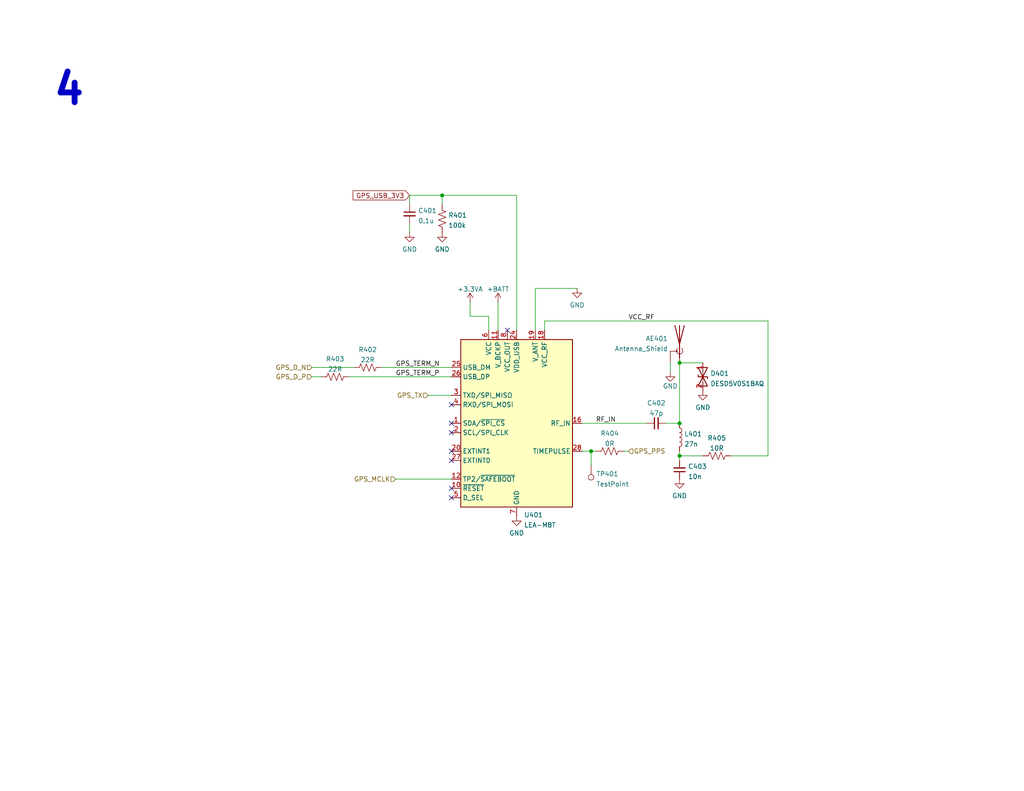
<source format=kicad_sch>
(kicad_sch (version 20230121) (generator eeschema)
  (paper "USLetter")
  (title_block (title "GPS Module") (date "2023-02-01") (rev "1") (company "UM NCPA") (comment 1 "Charlie Gilliland"))
  (lib_symbols
    (symbol "Connector:TestPoint" (pin_numbers hide) (pin_names (offset 0.762) hide)
      (property "Reference" "TP" (at 0 6.858 0))
      (property "Value" "TestPoint" (at 0 5.08 0))
      (symbol "TestPoint_0_1"
        (circle (center 0 3.302) (radius 0.762))
      )
      (symbol "TestPoint_1_1"
        (pin passive line (at 0 0 90) (length 2.54) (name "1") (number "1"))
      )
    )
    (symbol "Device:Antenna_Shield" (pin_numbers hide) (pin_names (offset 1.016) hide)
      (property "Reference" "AE" (at -1.905 4.445 0))
      (property "Value" "Antenna_Shield" (at -1.905 2.54 0))
      (symbol "Antenna_Shield_0_1"
        (arc (start -0.508 -1.143) (mid -0.8485 -2.1032) (end 0 -2.667))
        (arc (start 0 -2.667) (mid 0.8047 -2.0885) (end 0.508 -1.143))
        (polyline (pts (xy 0 -2.54) (xy 0 0)))
        (polyline (pts (xy 0 5.08) (xy 0 -3.81)) (stroke (width 0.254)))
        (polyline (pts (xy 0.762 -1.905) (xy 2.54 -1.905)))
        (polyline (pts (xy 2.54 -2.54) (xy 2.54 -1.905)))
        (polyline (pts (xy 1.27 5.08) (xy 0 0) (xy -1.27 5.08)) (stroke (width 0.254)))
        (circle (center 0.762 -1.905) (radius 0.1778) (fill (type outline)))
      )
      (symbol "Antenna_Shield_1_1"
        (pin input line (at 0 -5.08 90) (length 2.54) (name "A") (number "1"))
        (pin input line (at 2.54 -5.08 90) (length 2.54) (name "Shield") (number "2"))
      )
    )
    (symbol "Device:C_Small" (pin_numbers hide) (pin_names (offset 0.254) hide)
      (property "Reference" "C" (at 0.254 1.778 0))
      (property "Value" "C_Small" (at 0.254 -2.032 0))
      (symbol "C_Small_0_1"
        (polyline (pts (xy -1.524 -0.508) (xy 1.524 -0.508)) (stroke (width 0.3302)))
        (polyline (pts (xy -1.524 0.508) (xy 1.524 0.508)) (stroke (width 0.3048)))
      )
      (symbol "C_Small_1_1"
        (pin passive line (at 0 2.54 270) (length 2.032) (name "~") (number "1"))
        (pin passive line (at 0 -2.54 90) (length 2.032) (name "~") (number "2"))
      )
    )
    (symbol "Device:D_TVS" (pin_names (offset 1.016) hide)
      (property "Reference" "D" (at 0 2.54 0))
      (property "Value" "D_TVS" (at 0 -2.54 0))
      (symbol "D_TVS_0_1"
        (polyline (pts (xy 1.27 0) (xy -1.27 0)))
        (polyline (pts (xy 0.508 1.27) (xy 0 1.27) (xy 0 -1.27) (xy -0.508 -1.27)) (stroke (width 0.254)))
        (polyline (pts (xy -2.54 1.27) (xy -2.54 -1.27) (xy 2.54 1.27) (xy 2.54 -1.27) (xy -2.54 1.27)) (stroke (width 0.254)))
      )
      (symbol "D_TVS_1_1"
        (pin passive line (at -3.81 0 0) (length 2.54) (name "A1") (number "1"))
        (pin passive line (at 3.81 0 180) (length 2.54) (name "A2") (number "2"))
      )
    )
    (symbol "Device:L" (pin_numbers hide) (pin_names (offset 1.016) hide)
      (property "Reference" "L" (at -1.27 0 90))
      (property "Value" "L" (at 1.905 0 90))
      (symbol "L_0_1"
        (arc (start 0 -2.54) (mid 0.6323 -1.905) (end 0 -1.27))
        (arc (start 0 -1.27) (mid 0.6323 -0.635) (end 0 0))
        (arc (start 0 0) (mid 0.6323 0.635) (end 0 1.27))
        (arc (start 0 1.27) (mid 0.6323 1.905) (end 0 2.54))
      )
      (symbol "L_1_1"
        (pin passive line (at 0 3.81 270) (length 1.27) (name "1") (number "1"))
        (pin passive line (at 0 -3.81 90) (length 1.27) (name "2") (number "2"))
      )
    )
    (symbol "Device:R_US" (pin_numbers hide) (pin_names (offset 0))
      (property "Reference" "R" (at 2.54 0 90))
      (property "Value" "R_US" (at -2.54 0 90))
      (symbol "R_US_0_1"
        (polyline (pts (xy 0 -2.286) (xy 0 -2.54)))
        (polyline (pts (xy 0 2.286) (xy 0 2.54)))
        (polyline (pts (xy 0 -0.762) (xy 1.016 -1.143) (xy 0 -1.524) (xy -1.016 -1.905) (xy 0 -2.286)))
        (polyline (pts (xy 0 0.762) (xy 1.016 0.381) (xy 0 0) (xy -1.016 -0.381) (xy 0 -0.762)))
        (polyline (pts (xy 0 2.286) (xy 1.016 1.905) (xy 0 1.524) (xy -1.016 1.143) (xy 0 0.762)))
      )
      (symbol "R_US_1_1"
        (pin passive line (at 0 3.81 270) (length 1.27) (name "~") (number "1"))
        (pin passive line (at 0 -3.81 90) (length 1.27) (name "~") (number "2"))
      )
    )
    (symbol "RF_GPS:LEA-M8T"
      (property "Reference" "U" (at -13.97 24.13 0))
      (property "Value" "LEA-M8T" (at 13.97 24.13 0))
      (symbol "LEA-M8T_0_1"
        (rectangle (start -15.24 22.86) (end 15.24 -22.86) (stroke (width 0.254)) (fill (type background)))
      )
      (symbol "LEA-M8T_1_1"
        (pin bidirectional line (at -17.78 0 0) (length 2.54) (name "SDA/~{SPI_CS}") (number "1"))
        (pin input line (at -17.78 -17.78 0) (length 2.54) (name "~{RESET}") (number "10"))
        (pin power_in line (at -5.08 25.4 270) (length 2.54) (name "V_BCKP") (number "11"))
        (pin bidirectional line (at -17.78 -15.24 0) (length 2.54) (name "TP2/~{SAFEBOOT}") (number "12"))
        (pin passive line (at 0 -25.4 90) (length 2.54) hide (name "GND") (number "13"))
        (pin passive line (at 0 -25.4 90) (length 2.54) hide (name "GND") (number "14"))
        (pin passive line (at 0 -25.4 90) (length 2.54) hide (name "GND") (number "15"))
        (pin input line (at 17.78 0 180) (length 2.54) (name "RF_IN") (number "16"))
        (pin passive line (at 0 -25.4 90) (length 2.54) hide (name "GND") (number "17"))
        (pin power_out line (at 7.62 25.4 270) (length 2.54) (name "VCC_RF") (number "18"))
        (pin power_in line (at 5.08 25.4 270) (length 2.54) (name "V_ANT") (number "19"))
        (pin input line (at -17.78 -2.54 0) (length 2.54) (name "SCL/SPI_CLK") (number "2"))
        (pin input line (at -17.78 -7.62 0) (length 2.54) (name "EXTINT1") (number "20"))
        (pin no_connect line (at 15.24 7.62 180) (length 2.54) hide (name "RESERVED") (number "21"))
        (pin no_connect line (at 15.24 5.08 180) (length 2.54) hide (name "RESERVED") (number "22"))
        (pin no_connect line (at 15.24 2.54 180) (length 2.54) hide (name "RESERVED") (number "23"))
        (pin power_in line (at 0 25.4 270) (length 2.54) (name "VDD_USB") (number "24"))
        (pin bidirectional line (at -17.78 15.24 0) (length 2.54) (name "USB_DM") (number "25"))
        (pin bidirectional line (at -17.78 12.7 0) (length 2.54) (name "USB_DP") (number "26"))
        (pin input line (at -17.78 -10.16 0) (length 2.54) (name "EXTINT0") (number "27"))
        (pin output line (at 17.78 -7.62 180) (length 2.54) (name "TIMEPULSE") (number "28"))
        (pin output line (at -17.78 7.62 0) (length 2.54) (name "TXD/SPI_MISO") (number "3"))
        (pin input line (at -17.78 5.08 0) (length 2.54) (name "RXD/SPI_MOSI") (number "4"))
        (pin input line (at -17.78 -20.32 0) (length 2.54) (name "D_SEL") (number "5"))
        (pin power_in line (at -7.62 25.4 270) (length 2.54) (name "VCC") (number "6"))
        (pin power_in line (at 0 -25.4 90) (length 2.54) (name "GND") (number "7"))
        (pin power_out line (at -2.54 25.4 270) (length 2.54) (name "VCC_OUT") (number "8"))
        (pin no_connect line (at 15.24 10.16 180) (length 2.54) hide (name "RESERVED") (number "9"))
      )
    )
    (symbol "power:+3.3VA" (power) (pin_names (offset 0))
      (property "Value" "+3.3VA" (at 0 3.556 0))
      (symbol "+3.3VA_0_1"
        (polyline (pts (xy -0.762 1.27) (xy 0 2.54)))
        (polyline (pts (xy 0 0) (xy 0 2.54)))
        (polyline (pts (xy 0 2.54) (xy 0.762 1.27)))
      )
      (symbol "+3.3VA_1_1"
        (pin power_in line (at 0 0 90) (length 0) hide (name "+3.3VA") (number "1"))
      )
    )
    (symbol "power:+BATT" (power) (pin_names (offset 0))
      (property "Value" "+BATT" (at 0 3.556 0))
      (symbol "+BATT_0_1"
        (polyline (pts (xy -0.762 1.27) (xy 0 2.54)))
        (polyline (pts (xy 0 0) (xy 0 2.54)))
        (polyline (pts (xy 0 2.54) (xy 0.762 1.27)))
      )
      (symbol "+BATT_1_1"
        (pin power_in line (at 0 0 90) (length 0) hide (name "+BATT") (number "1"))
      )
    )
    (symbol "power:GND" (power) (pin_names (offset 0))
      (property "Value" "GND" (at 0 -3.81 0))
      (symbol "GND_0_1"
        (polyline (pts (xy 0 0) (xy 0 -1.27) (xy 1.27 -1.27) (xy 0 -2.54) (xy -1.27 -1.27) (xy 0 -1.27)))
      )
      (symbol "GND_1_1"
        (pin power_in line (at 0 0 270) (length 0) hide (name "GND") (number "1"))
      )
    )
  )
  (junction (at 161.29 123.19))
  (junction (at 185.42 124.46))
  (junction (at 185.42 115.57))
  (junction (at 185.42 99.06))
  (junction (at 120.65 53.34))
  (no_connect (at 138.43 90.17))
  (no_connect (at 123.19 133.35))
  (no_connect (at 123.19 110.49))
  (no_connect (at 123.19 123.19))
  (no_connect (at 123.19 125.73))
  (no_connect (at 123.19 118.11))
  (no_connect (at 123.19 115.57))
  (no_connect (at 123.19 135.89))
  (wire (pts (xy 161.29 127) (xy 161.29 123.19)))
  (wire (pts (xy 185.42 123.19) (xy 185.42 124.46)))
  (wire (pts (xy 146.05 78.74) (xy 146.05 90.17)))
  (wire (pts (xy 181.61 115.57) (xy 185.42 115.57)))
  (wire (pts (xy 111.76 63.5) (xy 111.76 60.96)))
  (wire (pts (xy 116.84 107.95) (xy 123.19 107.95)))
  (wire (pts (xy 85.09 102.87) (xy 87.63 102.87)))
  (wire (pts (xy 120.65 55.88) (xy 120.65 53.34)))
  (wire (pts (xy 111.76 53.34) (xy 120.65 53.34)))
  (wire (pts (xy 191.77 124.46) (xy 185.42 124.46)))
  (wire (pts (xy 161.29 123.19) (xy 162.56 123.19)))
  (wire (pts (xy 158.75 115.57) (xy 176.53 115.57)))
  (wire (pts (xy 148.59 90.17) (xy 148.59 87.63)))
  (wire (pts (xy 182.88 99.06) (xy 182.88 101.6)))
  (wire (pts (xy 133.35 86.36) (xy 133.35 90.17)))
  (wire (pts (xy 135.89 90.17) (xy 135.89 82.55)))
  (wire (pts (xy 185.42 124.46) (xy 185.42 125.73)))
  (wire (pts (xy 158.75 123.19) (xy 161.29 123.19)))
  (wire (pts (xy 148.59 87.63) (xy 209.55 87.63)))
  (wire (pts (xy 157.48 78.74) (xy 146.05 78.74)))
  (wire (pts (xy 104.14 100.33) (xy 123.19 100.33)))
  (wire (pts (xy 209.55 87.63) (xy 209.55 124.46)))
  (wire (pts (xy 209.55 124.46) (xy 199.39 124.46)))
  (wire (pts (xy 191.77 99.06) (xy 185.42 99.06)))
  (wire (pts (xy 128.27 86.36) (xy 133.35 86.36)))
  (wire (pts (xy 185.42 115.57) (xy 185.42 99.06)))
  (wire (pts (xy 85.09 100.33) (xy 96.52 100.33)))
  (wire (pts (xy 170.18 123.19) (xy 171.45 123.19)))
  (wire (pts (xy 120.65 53.34) (xy 140.97 53.34)))
  (wire (pts (xy 111.76 55.88) (xy 111.76 53.34)))
  (wire (pts (xy 95.25 102.87) (xy 123.19 102.87)))
  (wire (pts (xy 140.97 53.34) (xy 140.97 90.17)))
  (wire (pts (xy 107.95 130.81) (xy 123.19 130.81)))
  (wire (pts (xy 128.27 86.36) (xy 128.27 82.55)))
  (text "4" (at 13.97 29.21 0) (effects (font (size 8 8) bold) (justify left bottom)))
  (label "GPS_TERM_P" (at 107.95 102.87 0))
  (label "RF_IN" (at 162.56 115.57 0))
  (label "GPS_TERM_N" (at 107.95 100.33 0))
  (label "VCC_RF" (at 171.45 87.63 0))
  (global_label "GPS_USB_3V3" (shape input) (at 111.76 53.34 180) (property "Intersheetrefs" "${INTERSHEET_REFS}" (effects hide)))
  (hierarchical_label "GPS_PPS" (shape input) (at 171.45 123.19 0))
  (hierarchical_label "GPS_D_N" (shape input) (at 85.09 100.33 180))
  (hierarchical_label "GPS_TX" (shape input) (at 116.84 107.95 180))
  (hierarchical_label "GPS_D_P" (shape input) (at 85.09 102.87 180))
  (hierarchical_label "GPS_MCLK" (shape input) (at 107.95 130.81 180))
  (symbol (lib_id "Device:R_US") (at 166.37 123.19 90) (unit 1)
    (property "Reference" "R404" (at 166.37 118.3345 90))
    (property "Value" "0R" (at 166.37 121.1096 90))
    (property "Footprint" "Resistor_SMD:R_0402_1005Metric" (effects hide))
  )
  (symbol (lib_id "Device:R_US") (at 120.65 59.69 180) (unit 1)
    (property "Reference" "R401" (at 122.301 58.7815 0) (effects (justify right)))
    (property "Value" "100k" (at 122.301 61.5566 0) (effects (justify right)))
    (property "Footprint" "Resistor_SMD:R_0402_1005Metric" (effects hide))
  )
  (symbol (lib_id "Device:C_Small") (at 179.07 115.57 90) (unit 1)
    (property "Reference" "C402" (at 179.0763 110.0414 90))
    (property "Value" "47p" (at 179.0763 112.8165 90))
    (property "Footprint" "Capacitor_SMD:C_0402_1005Metric" (effects hide))
  )
  (symbol (lib_id "power:GND") (at 120.65 63.5 0) (unit 1)
    (property "Reference" "#PWR0402" (effects hide))
    (property "Value" "GND" (at 120.65 68.0625 0))
  )
  (symbol (lib_id "power:GND") (at 185.42 130.81 0) (unit 1)
    (property "Reference" "#PWR0408" (effects hide))
    (property "Value" "GND" (at 185.42 135.3725 0))
  )
  (symbol (lib_id "power:GND") (at 111.76 63.5 0) (unit 1)
    (property "Reference" "#PWR0401" (effects hide))
    (property "Value" "GND" (at 111.76 68.0625 0))
  )
  (symbol (lib_id "Device:L") (at 185.42 119.38 0) (unit 1)
    (property "Reference" "L401" (at 186.69 118.4715 0) (effects (justify left)))
    (property "Value" "27n" (at 186.69 121.2466 0) (effects (justify left)))
    (property "Footprint" "Inductor_SMD:L_0402_1005Metric" (effects hide))
  )
  (symbol (lib_id "Device:R_US") (at 91.44 102.87 90) (unit 1)
    (property "Reference" "R403" (at 91.44 98.0145 90))
    (property "Value" "22R" (at 91.44 100.7896 90))
    (property "Footprint" "Resistor_SMD:R_0402_1005Metric" (effects hide))
  )
  (symbol (lib_id "Device:C_Small") (at 111.76 58.42 0) (unit 1)
    (property "Reference" "C401" (at 114.0841 57.5178 0) (effects (justify left)))
    (property "Value" "0.1u" (at 114.0841 60.2929 0) (effects (justify left)))
    (property "Footprint" "Capacitor_SMD:C_0402_1005Metric" (effects hide))
  )
  (symbol (lib_id "power:+BATT") (at 135.89 82.55 0) (unit 1)
    (property "Reference" "#PWR0405" (effects hide))
    (property "Value" "+BATT" (at 135.89 78.9455 0))
  )
  (symbol (lib_id "power:GND") (at 140.97 140.97 0) (unit 1)
    (property "Reference" "#PWR0409" (effects hide))
    (property "Value" "GND" (at 140.97 145.5325 0))
  )
  (symbol (lib_id "Connector:TestPoint") (at 161.29 127 180) (unit 1)
    (property "Reference" "TP401" (at 162.687 129.3935 0) (effects (justify right)))
    (property "Value" "TestPoint" (at 162.687 132.1686 0) (effects (justify right)))
    (property "Footprint" "TestPoint:TestPoint_Pad_D1.5mm" (effects hide))
  )
  (symbol (lib_id "Device:R_US") (at 100.33 100.33 90) (unit 1)
    (property "Reference" "R402" (at 100.33 95.4745 90))
    (property "Value" "22R" (at 100.33 98.2496 90))
    (property "Footprint" "Resistor_SMD:R_0402_1005Metric" (effects hide))
  )
  (symbol (lib_id "power:+3.3VA") (at 128.27 82.55 0) (unit 1)
    (property "Reference" "#PWR0404" (effects hide))
    (property "Value" "+3.3VA" (at 128.27 78.9455 0))
  )
  (symbol (lib_id "power:GND") (at 191.77 106.68 0) (unit 1)
    (property "Reference" "#PWR0407" (effects hide))
    (property "Value" "GND" (at 191.77 111.2425 0))
  )
  (symbol (lib_id "Device:C_Small") (at 185.42 128.27 180) (unit 1)
    (property "Reference" "C403" (at 187.7441 127.3551 0) (effects (justify right)))
    (property "Value" "10n" (at 187.7441 130.1302 0) (effects (justify right)))
    (property "Footprint" "Capacitor_SMD:C_0402_1005Metric" (effects hide))
  )
  (symbol (lib_id "Device:Antenna_Shield") (at 185.42 93.98 0) (mirror y) (unit 1)
    (property "Reference" "AE401" (at 182.245 92.4365 0) (effects (justify left)))
    (property "Value" "Antenna_Shield" (at 182.245 95.2116 0) (effects (justify left)))
    (property "Footprint" "Connector_Coaxial:U.FL_Hirose_U.FL-R-SMT-1_Vertical" (effects hide))
  )
  (symbol (lib_id "Device:R_US") (at 195.58 124.46 90) (unit 1)
    (property "Reference" "R405" (at 195.58 119.6045 90))
    (property "Value" "10R" (at 195.58 122.3796 90))
    (property "Footprint" "Resistor_SMD:R_0402_1005Metric" (effects hide))
  )
  (symbol (lib_id "RF_GPS:LEA-M8T") (at 140.97 115.57 0) (unit 1)
    (property "Reference" "U401" (at 142.9894 140.5795 0) (effects (justify left)))
    (property "Value" "LEA-M8T" (at 142.9894 143.3546 0) (effects (justify left)))
    (property "Footprint" "RF_GPS:ublox_LEA" (effects hide))
    (property "Datasheet" "https://www.u-blox.com/sites/default/files/NEO-LEA-M8T-FW3_DataSheet_%28UBX-15025193%29.pdf" (effects hide))
  )
  (symbol (lib_id "power:GND") (at 182.88 101.6 0) (mirror y) (unit 1)
    (property "Reference" "#PWR0406" (effects hide))
    (property "Value" "GND" (at 182.88 105.41 0))
  )
  (symbol (lib_id "power:GND") (at 157.48 78.74 0) (unit 1)
    (property "Reference" "#PWR0403" (effects hide))
    (property "Value" "GND" (at 157.48 83.3025 0))
  )
  (symbol (lib_id "Device:D_TVS") (at 191.77 102.87 270) (unit 1)
    (property "Reference" "D401" (at 193.802 101.9615 90) (effects (justify left)))
    (property "Value" "DESD5V0S1BAQ" (at 193.802 104.7366 90) (effects (justify left)))
    (property "Footprint" "Diode_SMD:D_SOD-323" (effects hide))
  )
)
</source>
